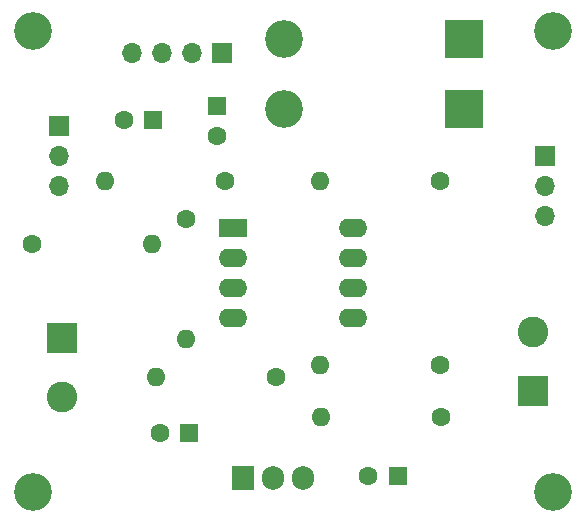
<source format=gbr>
%TF.GenerationSoftware,KiCad,Pcbnew,8.0.1*%
%TF.CreationDate,2024-08-15T00:47:12-03:00*%
%TF.ProjectId,monitoreo_solar,6d6f6e69-746f-4726-956f-5f736f6c6172,rev?*%
%TF.SameCoordinates,Original*%
%TF.FileFunction,Soldermask,Top*%
%TF.FilePolarity,Negative*%
%FSLAX46Y46*%
G04 Gerber Fmt 4.6, Leading zero omitted, Abs format (unit mm)*
G04 Created by KiCad (PCBNEW 8.0.1) date 2024-08-15 00:47:12*
%MOMM*%
%LPD*%
G01*
G04 APERTURE LIST*
%ADD10C,1.600000*%
%ADD11R,1.600000X1.600000*%
%ADD12R,3.200000X3.200000*%
%ADD13O,3.200000X3.200000*%
%ADD14R,1.700000X1.700000*%
%ADD15O,1.700000X1.700000*%
%ADD16O,1.600000X1.600000*%
%ADD17R,1.905000X2.000000*%
%ADD18O,1.905000X2.000000*%
%ADD19R,2.600000X2.600000*%
%ADD20C,2.600000*%
%ADD21C,3.200000*%
%ADD22R,2.400000X1.600000*%
%ADD23O,2.400000X1.600000*%
G04 APERTURE END LIST*
D10*
%TO.C,C4*%
X53380113Y-96150000D03*
D11*
X55880113Y-96150000D03*
%TD*%
D12*
%TO.C,D2*%
X61520000Y-59175000D03*
D13*
X46280000Y-59175000D03*
%TD*%
D11*
%TO.C,C1*%
X40575000Y-64869887D03*
D10*
X40575000Y-67369887D03*
%TD*%
D14*
%TO.C,J4*%
X41000000Y-60400000D03*
D15*
X38460000Y-60400000D03*
X35920000Y-60400000D03*
X33380000Y-60400000D03*
%TD*%
D10*
%TO.C,R4*%
X41280000Y-71200000D03*
D16*
X31120000Y-71200000D03*
%TD*%
D17*
%TO.C,U2*%
X42775000Y-96375000D03*
D18*
X45315000Y-96375000D03*
X47855000Y-96375000D03*
%TD*%
D19*
%TO.C,J3*%
X67305000Y-89000000D03*
D20*
X67305000Y-84000000D03*
%TD*%
D11*
%TO.C,C5*%
X38225000Y-92500000D03*
D10*
X35725000Y-92500000D03*
%TD*%
D14*
%TO.C,J5*%
X68400000Y-69060000D03*
D15*
X68400000Y-71600000D03*
X68400000Y-74140000D03*
%TD*%
D21*
%TO.C,H2*%
X69000000Y-97500000D03*
%TD*%
D10*
%TO.C,R11*%
X45560000Y-87800000D03*
D16*
X35400000Y-87800000D03*
%TD*%
D10*
%TO.C,R2*%
X38000000Y-74400000D03*
D16*
X38000000Y-84560000D03*
%TD*%
D21*
%TO.C,H3*%
X25000000Y-97500000D03*
%TD*%
D14*
%TO.C,J2*%
X27200000Y-66535000D03*
D15*
X27200000Y-69075000D03*
X27200000Y-71615000D03*
%TD*%
D19*
%TO.C,J1*%
X27500000Y-84500000D03*
D20*
X27500000Y-89500000D03*
%TD*%
D11*
%TO.C,C2*%
X35200000Y-66000000D03*
D10*
X32700000Y-66000000D03*
%TD*%
D22*
%TO.C,U4*%
X41915000Y-75200000D03*
D23*
X41915000Y-77740000D03*
X41915000Y-80280000D03*
X41915000Y-82820000D03*
X52075000Y-82820000D03*
X52075000Y-80280000D03*
X52075000Y-77740000D03*
X52075000Y-75200000D03*
%TD*%
D10*
%TO.C,R9*%
X59480000Y-86800000D03*
D16*
X49320000Y-86800000D03*
%TD*%
D21*
%TO.C,H4*%
X25000000Y-58500000D03*
%TD*%
D12*
%TO.C,D1*%
X61545000Y-65075000D03*
D13*
X46305000Y-65075000D03*
%TD*%
D10*
%TO.C,R1*%
X24915000Y-76550000D03*
D16*
X35075000Y-76550000D03*
%TD*%
D10*
%TO.C,R3*%
X59480000Y-71200000D03*
D16*
X49320000Y-71200000D03*
%TD*%
D21*
%TO.C,H1*%
X69000000Y-58500000D03*
%TD*%
D10*
%TO.C,R10*%
X59585000Y-91150000D03*
D16*
X49425000Y-91150000D03*
%TD*%
M02*

</source>
